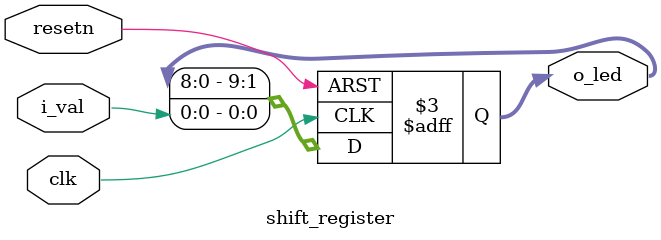
<source format=v>
`timescale 1ns / 1ps



module shift_register (
	input clk,
	input resetn,
	input i_val,
	output reg [9:0] o_led
	);
	
	// Module Body
    always @(negedge resetn or posedge clk) begin
        if(!resetn) begin //초기 상태를 지정해준다
            o_led <= 10'b0000000000;
        end
        else begin //버튼을 눌렀을 때 신호가 각각 한 비트씩 옮겨 갈 수 있도록 한다. (ex. o_led[0] -> o_led[1]
            o_led[0] <= i_val;
            o_led[1] <= o_led[0];
            o_led[2] <= o_led[1];
            o_led[3] <= o_led[2];
            o_led[4] <= o_led[3];
            o_led[5] <= o_led[4];
            o_led[6] <= o_led[5];
            o_led[7] <= o_led[6];
            o_led[8] <= o_led[7];
            o_led[9] <= o_led[8];
        end
    end
endmodule


</source>
